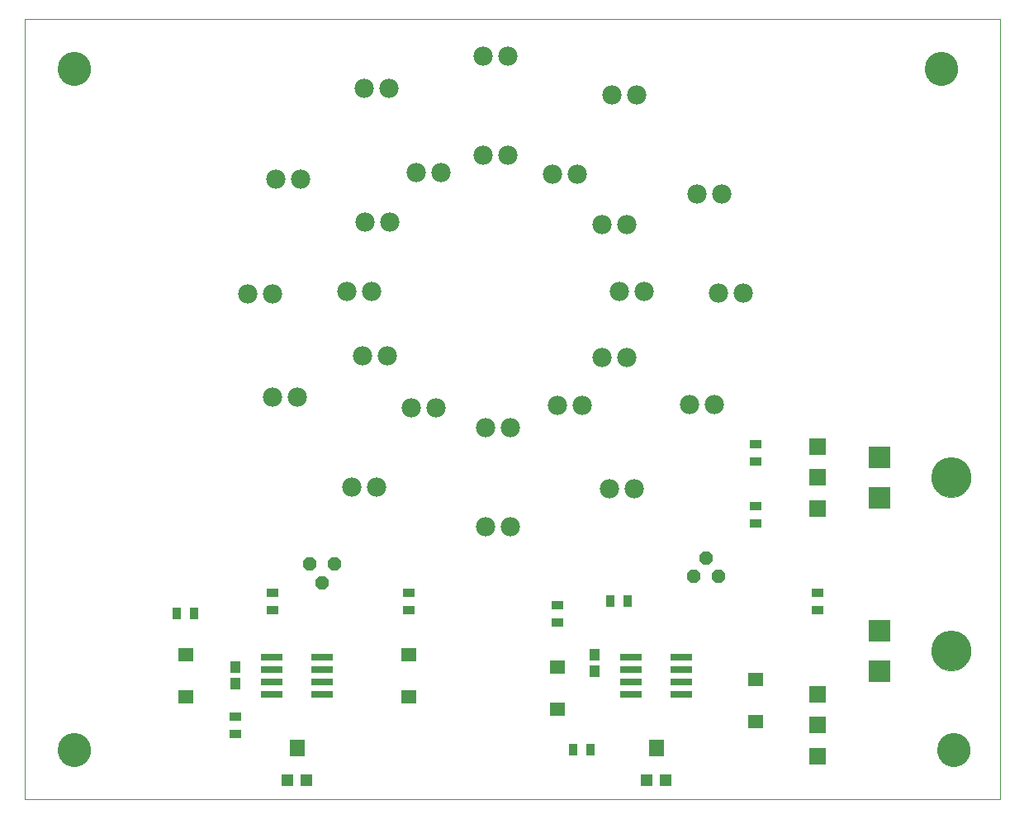
<source format=gbs>
G75*
%MOIN*%
%OFA0B0*%
%FSLAX25Y25*%
%IPPOS*%
%LPD*%
%AMOC8*
5,1,8,0,0,1.08239X$1,22.5*
%
%ADD10C,0.00000*%
%ADD11R,0.05124X0.03550*%
%ADD12R,0.04337X0.04731*%
%ADD13R,0.03550X0.05124*%
%ADD14C,0.07800*%
%ADD15R,0.06187X0.05400*%
%ADD16R,0.09061X0.02762*%
%ADD17R,0.06700X0.06700*%
%ADD18R,0.05124X0.05124*%
%ADD19R,0.06306X0.06699*%
%ADD20C,0.13400*%
%ADD21C,0.16148*%
%ADD22R,0.08668X0.08668*%
%ADD23OC8,0.05600*%
D10*
X0001800Y0001800D02*
X0001800Y0316761D01*
X0395501Y0316761D01*
X0395501Y0001800D01*
X0001800Y0001800D01*
X0015300Y0021800D02*
X0015302Y0021961D01*
X0015308Y0022121D01*
X0015318Y0022282D01*
X0015332Y0022442D01*
X0015350Y0022602D01*
X0015371Y0022761D01*
X0015397Y0022920D01*
X0015427Y0023078D01*
X0015460Y0023235D01*
X0015498Y0023392D01*
X0015539Y0023547D01*
X0015584Y0023701D01*
X0015633Y0023854D01*
X0015686Y0024006D01*
X0015742Y0024157D01*
X0015803Y0024306D01*
X0015866Y0024454D01*
X0015934Y0024600D01*
X0016005Y0024744D01*
X0016079Y0024886D01*
X0016157Y0025027D01*
X0016239Y0025165D01*
X0016324Y0025302D01*
X0016412Y0025436D01*
X0016504Y0025568D01*
X0016599Y0025698D01*
X0016697Y0025826D01*
X0016798Y0025951D01*
X0016902Y0026073D01*
X0017009Y0026193D01*
X0017119Y0026310D01*
X0017232Y0026425D01*
X0017348Y0026536D01*
X0017467Y0026645D01*
X0017588Y0026750D01*
X0017712Y0026853D01*
X0017838Y0026953D01*
X0017966Y0027049D01*
X0018097Y0027142D01*
X0018231Y0027232D01*
X0018366Y0027319D01*
X0018504Y0027402D01*
X0018643Y0027482D01*
X0018785Y0027558D01*
X0018928Y0027631D01*
X0019073Y0027700D01*
X0019220Y0027766D01*
X0019368Y0027828D01*
X0019518Y0027886D01*
X0019669Y0027941D01*
X0019822Y0027992D01*
X0019976Y0028039D01*
X0020131Y0028082D01*
X0020287Y0028121D01*
X0020443Y0028157D01*
X0020601Y0028188D01*
X0020759Y0028216D01*
X0020918Y0028240D01*
X0021078Y0028260D01*
X0021238Y0028276D01*
X0021398Y0028288D01*
X0021559Y0028296D01*
X0021720Y0028300D01*
X0021880Y0028300D01*
X0022041Y0028296D01*
X0022202Y0028288D01*
X0022362Y0028276D01*
X0022522Y0028260D01*
X0022682Y0028240D01*
X0022841Y0028216D01*
X0022999Y0028188D01*
X0023157Y0028157D01*
X0023313Y0028121D01*
X0023469Y0028082D01*
X0023624Y0028039D01*
X0023778Y0027992D01*
X0023931Y0027941D01*
X0024082Y0027886D01*
X0024232Y0027828D01*
X0024380Y0027766D01*
X0024527Y0027700D01*
X0024672Y0027631D01*
X0024815Y0027558D01*
X0024957Y0027482D01*
X0025096Y0027402D01*
X0025234Y0027319D01*
X0025369Y0027232D01*
X0025503Y0027142D01*
X0025634Y0027049D01*
X0025762Y0026953D01*
X0025888Y0026853D01*
X0026012Y0026750D01*
X0026133Y0026645D01*
X0026252Y0026536D01*
X0026368Y0026425D01*
X0026481Y0026310D01*
X0026591Y0026193D01*
X0026698Y0026073D01*
X0026802Y0025951D01*
X0026903Y0025826D01*
X0027001Y0025698D01*
X0027096Y0025568D01*
X0027188Y0025436D01*
X0027276Y0025302D01*
X0027361Y0025165D01*
X0027443Y0025027D01*
X0027521Y0024886D01*
X0027595Y0024744D01*
X0027666Y0024600D01*
X0027734Y0024454D01*
X0027797Y0024306D01*
X0027858Y0024157D01*
X0027914Y0024006D01*
X0027967Y0023854D01*
X0028016Y0023701D01*
X0028061Y0023547D01*
X0028102Y0023392D01*
X0028140Y0023235D01*
X0028173Y0023078D01*
X0028203Y0022920D01*
X0028229Y0022761D01*
X0028250Y0022602D01*
X0028268Y0022442D01*
X0028282Y0022282D01*
X0028292Y0022121D01*
X0028298Y0021961D01*
X0028300Y0021800D01*
X0028298Y0021639D01*
X0028292Y0021479D01*
X0028282Y0021318D01*
X0028268Y0021158D01*
X0028250Y0020998D01*
X0028229Y0020839D01*
X0028203Y0020680D01*
X0028173Y0020522D01*
X0028140Y0020365D01*
X0028102Y0020208D01*
X0028061Y0020053D01*
X0028016Y0019899D01*
X0027967Y0019746D01*
X0027914Y0019594D01*
X0027858Y0019443D01*
X0027797Y0019294D01*
X0027734Y0019146D01*
X0027666Y0019000D01*
X0027595Y0018856D01*
X0027521Y0018714D01*
X0027443Y0018573D01*
X0027361Y0018435D01*
X0027276Y0018298D01*
X0027188Y0018164D01*
X0027096Y0018032D01*
X0027001Y0017902D01*
X0026903Y0017774D01*
X0026802Y0017649D01*
X0026698Y0017527D01*
X0026591Y0017407D01*
X0026481Y0017290D01*
X0026368Y0017175D01*
X0026252Y0017064D01*
X0026133Y0016955D01*
X0026012Y0016850D01*
X0025888Y0016747D01*
X0025762Y0016647D01*
X0025634Y0016551D01*
X0025503Y0016458D01*
X0025369Y0016368D01*
X0025234Y0016281D01*
X0025096Y0016198D01*
X0024957Y0016118D01*
X0024815Y0016042D01*
X0024672Y0015969D01*
X0024527Y0015900D01*
X0024380Y0015834D01*
X0024232Y0015772D01*
X0024082Y0015714D01*
X0023931Y0015659D01*
X0023778Y0015608D01*
X0023624Y0015561D01*
X0023469Y0015518D01*
X0023313Y0015479D01*
X0023157Y0015443D01*
X0022999Y0015412D01*
X0022841Y0015384D01*
X0022682Y0015360D01*
X0022522Y0015340D01*
X0022362Y0015324D01*
X0022202Y0015312D01*
X0022041Y0015304D01*
X0021880Y0015300D01*
X0021720Y0015300D01*
X0021559Y0015304D01*
X0021398Y0015312D01*
X0021238Y0015324D01*
X0021078Y0015340D01*
X0020918Y0015360D01*
X0020759Y0015384D01*
X0020601Y0015412D01*
X0020443Y0015443D01*
X0020287Y0015479D01*
X0020131Y0015518D01*
X0019976Y0015561D01*
X0019822Y0015608D01*
X0019669Y0015659D01*
X0019518Y0015714D01*
X0019368Y0015772D01*
X0019220Y0015834D01*
X0019073Y0015900D01*
X0018928Y0015969D01*
X0018785Y0016042D01*
X0018643Y0016118D01*
X0018504Y0016198D01*
X0018366Y0016281D01*
X0018231Y0016368D01*
X0018097Y0016458D01*
X0017966Y0016551D01*
X0017838Y0016647D01*
X0017712Y0016747D01*
X0017588Y0016850D01*
X0017467Y0016955D01*
X0017348Y0017064D01*
X0017232Y0017175D01*
X0017119Y0017290D01*
X0017009Y0017407D01*
X0016902Y0017527D01*
X0016798Y0017649D01*
X0016697Y0017774D01*
X0016599Y0017902D01*
X0016504Y0018032D01*
X0016412Y0018164D01*
X0016324Y0018298D01*
X0016239Y0018435D01*
X0016157Y0018573D01*
X0016079Y0018714D01*
X0016005Y0018856D01*
X0015934Y0019000D01*
X0015866Y0019146D01*
X0015803Y0019294D01*
X0015742Y0019443D01*
X0015686Y0019594D01*
X0015633Y0019746D01*
X0015584Y0019899D01*
X0015539Y0020053D01*
X0015498Y0020208D01*
X0015460Y0020365D01*
X0015427Y0020522D01*
X0015397Y0020680D01*
X0015371Y0020839D01*
X0015350Y0020998D01*
X0015332Y0021158D01*
X0015318Y0021318D01*
X0015308Y0021479D01*
X0015302Y0021639D01*
X0015300Y0021800D01*
X0015300Y0296800D02*
X0015302Y0296961D01*
X0015308Y0297121D01*
X0015318Y0297282D01*
X0015332Y0297442D01*
X0015350Y0297602D01*
X0015371Y0297761D01*
X0015397Y0297920D01*
X0015427Y0298078D01*
X0015460Y0298235D01*
X0015498Y0298392D01*
X0015539Y0298547D01*
X0015584Y0298701D01*
X0015633Y0298854D01*
X0015686Y0299006D01*
X0015742Y0299157D01*
X0015803Y0299306D01*
X0015866Y0299454D01*
X0015934Y0299600D01*
X0016005Y0299744D01*
X0016079Y0299886D01*
X0016157Y0300027D01*
X0016239Y0300165D01*
X0016324Y0300302D01*
X0016412Y0300436D01*
X0016504Y0300568D01*
X0016599Y0300698D01*
X0016697Y0300826D01*
X0016798Y0300951D01*
X0016902Y0301073D01*
X0017009Y0301193D01*
X0017119Y0301310D01*
X0017232Y0301425D01*
X0017348Y0301536D01*
X0017467Y0301645D01*
X0017588Y0301750D01*
X0017712Y0301853D01*
X0017838Y0301953D01*
X0017966Y0302049D01*
X0018097Y0302142D01*
X0018231Y0302232D01*
X0018366Y0302319D01*
X0018504Y0302402D01*
X0018643Y0302482D01*
X0018785Y0302558D01*
X0018928Y0302631D01*
X0019073Y0302700D01*
X0019220Y0302766D01*
X0019368Y0302828D01*
X0019518Y0302886D01*
X0019669Y0302941D01*
X0019822Y0302992D01*
X0019976Y0303039D01*
X0020131Y0303082D01*
X0020287Y0303121D01*
X0020443Y0303157D01*
X0020601Y0303188D01*
X0020759Y0303216D01*
X0020918Y0303240D01*
X0021078Y0303260D01*
X0021238Y0303276D01*
X0021398Y0303288D01*
X0021559Y0303296D01*
X0021720Y0303300D01*
X0021880Y0303300D01*
X0022041Y0303296D01*
X0022202Y0303288D01*
X0022362Y0303276D01*
X0022522Y0303260D01*
X0022682Y0303240D01*
X0022841Y0303216D01*
X0022999Y0303188D01*
X0023157Y0303157D01*
X0023313Y0303121D01*
X0023469Y0303082D01*
X0023624Y0303039D01*
X0023778Y0302992D01*
X0023931Y0302941D01*
X0024082Y0302886D01*
X0024232Y0302828D01*
X0024380Y0302766D01*
X0024527Y0302700D01*
X0024672Y0302631D01*
X0024815Y0302558D01*
X0024957Y0302482D01*
X0025096Y0302402D01*
X0025234Y0302319D01*
X0025369Y0302232D01*
X0025503Y0302142D01*
X0025634Y0302049D01*
X0025762Y0301953D01*
X0025888Y0301853D01*
X0026012Y0301750D01*
X0026133Y0301645D01*
X0026252Y0301536D01*
X0026368Y0301425D01*
X0026481Y0301310D01*
X0026591Y0301193D01*
X0026698Y0301073D01*
X0026802Y0300951D01*
X0026903Y0300826D01*
X0027001Y0300698D01*
X0027096Y0300568D01*
X0027188Y0300436D01*
X0027276Y0300302D01*
X0027361Y0300165D01*
X0027443Y0300027D01*
X0027521Y0299886D01*
X0027595Y0299744D01*
X0027666Y0299600D01*
X0027734Y0299454D01*
X0027797Y0299306D01*
X0027858Y0299157D01*
X0027914Y0299006D01*
X0027967Y0298854D01*
X0028016Y0298701D01*
X0028061Y0298547D01*
X0028102Y0298392D01*
X0028140Y0298235D01*
X0028173Y0298078D01*
X0028203Y0297920D01*
X0028229Y0297761D01*
X0028250Y0297602D01*
X0028268Y0297442D01*
X0028282Y0297282D01*
X0028292Y0297121D01*
X0028298Y0296961D01*
X0028300Y0296800D01*
X0028298Y0296639D01*
X0028292Y0296479D01*
X0028282Y0296318D01*
X0028268Y0296158D01*
X0028250Y0295998D01*
X0028229Y0295839D01*
X0028203Y0295680D01*
X0028173Y0295522D01*
X0028140Y0295365D01*
X0028102Y0295208D01*
X0028061Y0295053D01*
X0028016Y0294899D01*
X0027967Y0294746D01*
X0027914Y0294594D01*
X0027858Y0294443D01*
X0027797Y0294294D01*
X0027734Y0294146D01*
X0027666Y0294000D01*
X0027595Y0293856D01*
X0027521Y0293714D01*
X0027443Y0293573D01*
X0027361Y0293435D01*
X0027276Y0293298D01*
X0027188Y0293164D01*
X0027096Y0293032D01*
X0027001Y0292902D01*
X0026903Y0292774D01*
X0026802Y0292649D01*
X0026698Y0292527D01*
X0026591Y0292407D01*
X0026481Y0292290D01*
X0026368Y0292175D01*
X0026252Y0292064D01*
X0026133Y0291955D01*
X0026012Y0291850D01*
X0025888Y0291747D01*
X0025762Y0291647D01*
X0025634Y0291551D01*
X0025503Y0291458D01*
X0025369Y0291368D01*
X0025234Y0291281D01*
X0025096Y0291198D01*
X0024957Y0291118D01*
X0024815Y0291042D01*
X0024672Y0290969D01*
X0024527Y0290900D01*
X0024380Y0290834D01*
X0024232Y0290772D01*
X0024082Y0290714D01*
X0023931Y0290659D01*
X0023778Y0290608D01*
X0023624Y0290561D01*
X0023469Y0290518D01*
X0023313Y0290479D01*
X0023157Y0290443D01*
X0022999Y0290412D01*
X0022841Y0290384D01*
X0022682Y0290360D01*
X0022522Y0290340D01*
X0022362Y0290324D01*
X0022202Y0290312D01*
X0022041Y0290304D01*
X0021880Y0290300D01*
X0021720Y0290300D01*
X0021559Y0290304D01*
X0021398Y0290312D01*
X0021238Y0290324D01*
X0021078Y0290340D01*
X0020918Y0290360D01*
X0020759Y0290384D01*
X0020601Y0290412D01*
X0020443Y0290443D01*
X0020287Y0290479D01*
X0020131Y0290518D01*
X0019976Y0290561D01*
X0019822Y0290608D01*
X0019669Y0290659D01*
X0019518Y0290714D01*
X0019368Y0290772D01*
X0019220Y0290834D01*
X0019073Y0290900D01*
X0018928Y0290969D01*
X0018785Y0291042D01*
X0018643Y0291118D01*
X0018504Y0291198D01*
X0018366Y0291281D01*
X0018231Y0291368D01*
X0018097Y0291458D01*
X0017966Y0291551D01*
X0017838Y0291647D01*
X0017712Y0291747D01*
X0017588Y0291850D01*
X0017467Y0291955D01*
X0017348Y0292064D01*
X0017232Y0292175D01*
X0017119Y0292290D01*
X0017009Y0292407D01*
X0016902Y0292527D01*
X0016798Y0292649D01*
X0016697Y0292774D01*
X0016599Y0292902D01*
X0016504Y0293032D01*
X0016412Y0293164D01*
X0016324Y0293298D01*
X0016239Y0293435D01*
X0016157Y0293573D01*
X0016079Y0293714D01*
X0016005Y0293856D01*
X0015934Y0294000D01*
X0015866Y0294146D01*
X0015803Y0294294D01*
X0015742Y0294443D01*
X0015686Y0294594D01*
X0015633Y0294746D01*
X0015584Y0294899D01*
X0015539Y0295053D01*
X0015498Y0295208D01*
X0015460Y0295365D01*
X0015427Y0295522D01*
X0015397Y0295680D01*
X0015371Y0295839D01*
X0015350Y0295998D01*
X0015332Y0296158D01*
X0015318Y0296318D01*
X0015308Y0296479D01*
X0015302Y0296639D01*
X0015300Y0296800D01*
X0365300Y0296800D02*
X0365302Y0296961D01*
X0365308Y0297121D01*
X0365318Y0297282D01*
X0365332Y0297442D01*
X0365350Y0297602D01*
X0365371Y0297761D01*
X0365397Y0297920D01*
X0365427Y0298078D01*
X0365460Y0298235D01*
X0365498Y0298392D01*
X0365539Y0298547D01*
X0365584Y0298701D01*
X0365633Y0298854D01*
X0365686Y0299006D01*
X0365742Y0299157D01*
X0365803Y0299306D01*
X0365866Y0299454D01*
X0365934Y0299600D01*
X0366005Y0299744D01*
X0366079Y0299886D01*
X0366157Y0300027D01*
X0366239Y0300165D01*
X0366324Y0300302D01*
X0366412Y0300436D01*
X0366504Y0300568D01*
X0366599Y0300698D01*
X0366697Y0300826D01*
X0366798Y0300951D01*
X0366902Y0301073D01*
X0367009Y0301193D01*
X0367119Y0301310D01*
X0367232Y0301425D01*
X0367348Y0301536D01*
X0367467Y0301645D01*
X0367588Y0301750D01*
X0367712Y0301853D01*
X0367838Y0301953D01*
X0367966Y0302049D01*
X0368097Y0302142D01*
X0368231Y0302232D01*
X0368366Y0302319D01*
X0368504Y0302402D01*
X0368643Y0302482D01*
X0368785Y0302558D01*
X0368928Y0302631D01*
X0369073Y0302700D01*
X0369220Y0302766D01*
X0369368Y0302828D01*
X0369518Y0302886D01*
X0369669Y0302941D01*
X0369822Y0302992D01*
X0369976Y0303039D01*
X0370131Y0303082D01*
X0370287Y0303121D01*
X0370443Y0303157D01*
X0370601Y0303188D01*
X0370759Y0303216D01*
X0370918Y0303240D01*
X0371078Y0303260D01*
X0371238Y0303276D01*
X0371398Y0303288D01*
X0371559Y0303296D01*
X0371720Y0303300D01*
X0371880Y0303300D01*
X0372041Y0303296D01*
X0372202Y0303288D01*
X0372362Y0303276D01*
X0372522Y0303260D01*
X0372682Y0303240D01*
X0372841Y0303216D01*
X0372999Y0303188D01*
X0373157Y0303157D01*
X0373313Y0303121D01*
X0373469Y0303082D01*
X0373624Y0303039D01*
X0373778Y0302992D01*
X0373931Y0302941D01*
X0374082Y0302886D01*
X0374232Y0302828D01*
X0374380Y0302766D01*
X0374527Y0302700D01*
X0374672Y0302631D01*
X0374815Y0302558D01*
X0374957Y0302482D01*
X0375096Y0302402D01*
X0375234Y0302319D01*
X0375369Y0302232D01*
X0375503Y0302142D01*
X0375634Y0302049D01*
X0375762Y0301953D01*
X0375888Y0301853D01*
X0376012Y0301750D01*
X0376133Y0301645D01*
X0376252Y0301536D01*
X0376368Y0301425D01*
X0376481Y0301310D01*
X0376591Y0301193D01*
X0376698Y0301073D01*
X0376802Y0300951D01*
X0376903Y0300826D01*
X0377001Y0300698D01*
X0377096Y0300568D01*
X0377188Y0300436D01*
X0377276Y0300302D01*
X0377361Y0300165D01*
X0377443Y0300027D01*
X0377521Y0299886D01*
X0377595Y0299744D01*
X0377666Y0299600D01*
X0377734Y0299454D01*
X0377797Y0299306D01*
X0377858Y0299157D01*
X0377914Y0299006D01*
X0377967Y0298854D01*
X0378016Y0298701D01*
X0378061Y0298547D01*
X0378102Y0298392D01*
X0378140Y0298235D01*
X0378173Y0298078D01*
X0378203Y0297920D01*
X0378229Y0297761D01*
X0378250Y0297602D01*
X0378268Y0297442D01*
X0378282Y0297282D01*
X0378292Y0297121D01*
X0378298Y0296961D01*
X0378300Y0296800D01*
X0378298Y0296639D01*
X0378292Y0296479D01*
X0378282Y0296318D01*
X0378268Y0296158D01*
X0378250Y0295998D01*
X0378229Y0295839D01*
X0378203Y0295680D01*
X0378173Y0295522D01*
X0378140Y0295365D01*
X0378102Y0295208D01*
X0378061Y0295053D01*
X0378016Y0294899D01*
X0377967Y0294746D01*
X0377914Y0294594D01*
X0377858Y0294443D01*
X0377797Y0294294D01*
X0377734Y0294146D01*
X0377666Y0294000D01*
X0377595Y0293856D01*
X0377521Y0293714D01*
X0377443Y0293573D01*
X0377361Y0293435D01*
X0377276Y0293298D01*
X0377188Y0293164D01*
X0377096Y0293032D01*
X0377001Y0292902D01*
X0376903Y0292774D01*
X0376802Y0292649D01*
X0376698Y0292527D01*
X0376591Y0292407D01*
X0376481Y0292290D01*
X0376368Y0292175D01*
X0376252Y0292064D01*
X0376133Y0291955D01*
X0376012Y0291850D01*
X0375888Y0291747D01*
X0375762Y0291647D01*
X0375634Y0291551D01*
X0375503Y0291458D01*
X0375369Y0291368D01*
X0375234Y0291281D01*
X0375096Y0291198D01*
X0374957Y0291118D01*
X0374815Y0291042D01*
X0374672Y0290969D01*
X0374527Y0290900D01*
X0374380Y0290834D01*
X0374232Y0290772D01*
X0374082Y0290714D01*
X0373931Y0290659D01*
X0373778Y0290608D01*
X0373624Y0290561D01*
X0373469Y0290518D01*
X0373313Y0290479D01*
X0373157Y0290443D01*
X0372999Y0290412D01*
X0372841Y0290384D01*
X0372682Y0290360D01*
X0372522Y0290340D01*
X0372362Y0290324D01*
X0372202Y0290312D01*
X0372041Y0290304D01*
X0371880Y0290300D01*
X0371720Y0290300D01*
X0371559Y0290304D01*
X0371398Y0290312D01*
X0371238Y0290324D01*
X0371078Y0290340D01*
X0370918Y0290360D01*
X0370759Y0290384D01*
X0370601Y0290412D01*
X0370443Y0290443D01*
X0370287Y0290479D01*
X0370131Y0290518D01*
X0369976Y0290561D01*
X0369822Y0290608D01*
X0369669Y0290659D01*
X0369518Y0290714D01*
X0369368Y0290772D01*
X0369220Y0290834D01*
X0369073Y0290900D01*
X0368928Y0290969D01*
X0368785Y0291042D01*
X0368643Y0291118D01*
X0368504Y0291198D01*
X0368366Y0291281D01*
X0368231Y0291368D01*
X0368097Y0291458D01*
X0367966Y0291551D01*
X0367838Y0291647D01*
X0367712Y0291747D01*
X0367588Y0291850D01*
X0367467Y0291955D01*
X0367348Y0292064D01*
X0367232Y0292175D01*
X0367119Y0292290D01*
X0367009Y0292407D01*
X0366902Y0292527D01*
X0366798Y0292649D01*
X0366697Y0292774D01*
X0366599Y0292902D01*
X0366504Y0293032D01*
X0366412Y0293164D01*
X0366324Y0293298D01*
X0366239Y0293435D01*
X0366157Y0293573D01*
X0366079Y0293714D01*
X0366005Y0293856D01*
X0365934Y0294000D01*
X0365866Y0294146D01*
X0365803Y0294294D01*
X0365742Y0294443D01*
X0365686Y0294594D01*
X0365633Y0294746D01*
X0365584Y0294899D01*
X0365539Y0295053D01*
X0365498Y0295208D01*
X0365460Y0295365D01*
X0365427Y0295522D01*
X0365397Y0295680D01*
X0365371Y0295839D01*
X0365350Y0295998D01*
X0365332Y0296158D01*
X0365318Y0296318D01*
X0365308Y0296479D01*
X0365302Y0296639D01*
X0365300Y0296800D01*
X0367942Y0131800D02*
X0367944Y0131993D01*
X0367951Y0132186D01*
X0367963Y0132379D01*
X0367980Y0132572D01*
X0368001Y0132764D01*
X0368027Y0132955D01*
X0368058Y0133146D01*
X0368093Y0133336D01*
X0368133Y0133525D01*
X0368178Y0133713D01*
X0368227Y0133900D01*
X0368281Y0134086D01*
X0368339Y0134270D01*
X0368402Y0134453D01*
X0368470Y0134634D01*
X0368541Y0134813D01*
X0368618Y0134991D01*
X0368698Y0135167D01*
X0368783Y0135340D01*
X0368872Y0135512D01*
X0368965Y0135681D01*
X0369062Y0135848D01*
X0369164Y0136013D01*
X0369269Y0136175D01*
X0369378Y0136334D01*
X0369492Y0136491D01*
X0369609Y0136644D01*
X0369729Y0136795D01*
X0369854Y0136943D01*
X0369982Y0137088D01*
X0370113Y0137229D01*
X0370248Y0137368D01*
X0370387Y0137503D01*
X0370528Y0137634D01*
X0370673Y0137762D01*
X0370821Y0137887D01*
X0370972Y0138007D01*
X0371125Y0138124D01*
X0371282Y0138238D01*
X0371441Y0138347D01*
X0371603Y0138452D01*
X0371768Y0138554D01*
X0371935Y0138651D01*
X0372104Y0138744D01*
X0372276Y0138833D01*
X0372449Y0138918D01*
X0372625Y0138998D01*
X0372803Y0139075D01*
X0372982Y0139146D01*
X0373163Y0139214D01*
X0373346Y0139277D01*
X0373530Y0139335D01*
X0373716Y0139389D01*
X0373903Y0139438D01*
X0374091Y0139483D01*
X0374280Y0139523D01*
X0374470Y0139558D01*
X0374661Y0139589D01*
X0374852Y0139615D01*
X0375044Y0139636D01*
X0375237Y0139653D01*
X0375430Y0139665D01*
X0375623Y0139672D01*
X0375816Y0139674D01*
X0376009Y0139672D01*
X0376202Y0139665D01*
X0376395Y0139653D01*
X0376588Y0139636D01*
X0376780Y0139615D01*
X0376971Y0139589D01*
X0377162Y0139558D01*
X0377352Y0139523D01*
X0377541Y0139483D01*
X0377729Y0139438D01*
X0377916Y0139389D01*
X0378102Y0139335D01*
X0378286Y0139277D01*
X0378469Y0139214D01*
X0378650Y0139146D01*
X0378829Y0139075D01*
X0379007Y0138998D01*
X0379183Y0138918D01*
X0379356Y0138833D01*
X0379528Y0138744D01*
X0379697Y0138651D01*
X0379864Y0138554D01*
X0380029Y0138452D01*
X0380191Y0138347D01*
X0380350Y0138238D01*
X0380507Y0138124D01*
X0380660Y0138007D01*
X0380811Y0137887D01*
X0380959Y0137762D01*
X0381104Y0137634D01*
X0381245Y0137503D01*
X0381384Y0137368D01*
X0381519Y0137229D01*
X0381650Y0137088D01*
X0381778Y0136943D01*
X0381903Y0136795D01*
X0382023Y0136644D01*
X0382140Y0136491D01*
X0382254Y0136334D01*
X0382363Y0136175D01*
X0382468Y0136013D01*
X0382570Y0135848D01*
X0382667Y0135681D01*
X0382760Y0135512D01*
X0382849Y0135340D01*
X0382934Y0135167D01*
X0383014Y0134991D01*
X0383091Y0134813D01*
X0383162Y0134634D01*
X0383230Y0134453D01*
X0383293Y0134270D01*
X0383351Y0134086D01*
X0383405Y0133900D01*
X0383454Y0133713D01*
X0383499Y0133525D01*
X0383539Y0133336D01*
X0383574Y0133146D01*
X0383605Y0132955D01*
X0383631Y0132764D01*
X0383652Y0132572D01*
X0383669Y0132379D01*
X0383681Y0132186D01*
X0383688Y0131993D01*
X0383690Y0131800D01*
X0383688Y0131607D01*
X0383681Y0131414D01*
X0383669Y0131221D01*
X0383652Y0131028D01*
X0383631Y0130836D01*
X0383605Y0130645D01*
X0383574Y0130454D01*
X0383539Y0130264D01*
X0383499Y0130075D01*
X0383454Y0129887D01*
X0383405Y0129700D01*
X0383351Y0129514D01*
X0383293Y0129330D01*
X0383230Y0129147D01*
X0383162Y0128966D01*
X0383091Y0128787D01*
X0383014Y0128609D01*
X0382934Y0128433D01*
X0382849Y0128260D01*
X0382760Y0128088D01*
X0382667Y0127919D01*
X0382570Y0127752D01*
X0382468Y0127587D01*
X0382363Y0127425D01*
X0382254Y0127266D01*
X0382140Y0127109D01*
X0382023Y0126956D01*
X0381903Y0126805D01*
X0381778Y0126657D01*
X0381650Y0126512D01*
X0381519Y0126371D01*
X0381384Y0126232D01*
X0381245Y0126097D01*
X0381104Y0125966D01*
X0380959Y0125838D01*
X0380811Y0125713D01*
X0380660Y0125593D01*
X0380507Y0125476D01*
X0380350Y0125362D01*
X0380191Y0125253D01*
X0380029Y0125148D01*
X0379864Y0125046D01*
X0379697Y0124949D01*
X0379528Y0124856D01*
X0379356Y0124767D01*
X0379183Y0124682D01*
X0379007Y0124602D01*
X0378829Y0124525D01*
X0378650Y0124454D01*
X0378469Y0124386D01*
X0378286Y0124323D01*
X0378102Y0124265D01*
X0377916Y0124211D01*
X0377729Y0124162D01*
X0377541Y0124117D01*
X0377352Y0124077D01*
X0377162Y0124042D01*
X0376971Y0124011D01*
X0376780Y0123985D01*
X0376588Y0123964D01*
X0376395Y0123947D01*
X0376202Y0123935D01*
X0376009Y0123928D01*
X0375816Y0123926D01*
X0375623Y0123928D01*
X0375430Y0123935D01*
X0375237Y0123947D01*
X0375044Y0123964D01*
X0374852Y0123985D01*
X0374661Y0124011D01*
X0374470Y0124042D01*
X0374280Y0124077D01*
X0374091Y0124117D01*
X0373903Y0124162D01*
X0373716Y0124211D01*
X0373530Y0124265D01*
X0373346Y0124323D01*
X0373163Y0124386D01*
X0372982Y0124454D01*
X0372803Y0124525D01*
X0372625Y0124602D01*
X0372449Y0124682D01*
X0372276Y0124767D01*
X0372104Y0124856D01*
X0371935Y0124949D01*
X0371768Y0125046D01*
X0371603Y0125148D01*
X0371441Y0125253D01*
X0371282Y0125362D01*
X0371125Y0125476D01*
X0370972Y0125593D01*
X0370821Y0125713D01*
X0370673Y0125838D01*
X0370528Y0125966D01*
X0370387Y0126097D01*
X0370248Y0126232D01*
X0370113Y0126371D01*
X0369982Y0126512D01*
X0369854Y0126657D01*
X0369729Y0126805D01*
X0369609Y0126956D01*
X0369492Y0127109D01*
X0369378Y0127266D01*
X0369269Y0127425D01*
X0369164Y0127587D01*
X0369062Y0127752D01*
X0368965Y0127919D01*
X0368872Y0128088D01*
X0368783Y0128260D01*
X0368698Y0128433D01*
X0368618Y0128609D01*
X0368541Y0128787D01*
X0368470Y0128966D01*
X0368402Y0129147D01*
X0368339Y0129330D01*
X0368281Y0129514D01*
X0368227Y0129700D01*
X0368178Y0129887D01*
X0368133Y0130075D01*
X0368093Y0130264D01*
X0368058Y0130454D01*
X0368027Y0130645D01*
X0368001Y0130836D01*
X0367980Y0131028D01*
X0367963Y0131221D01*
X0367951Y0131414D01*
X0367944Y0131607D01*
X0367942Y0131800D01*
X0367942Y0061800D02*
X0367944Y0061993D01*
X0367951Y0062186D01*
X0367963Y0062379D01*
X0367980Y0062572D01*
X0368001Y0062764D01*
X0368027Y0062955D01*
X0368058Y0063146D01*
X0368093Y0063336D01*
X0368133Y0063525D01*
X0368178Y0063713D01*
X0368227Y0063900D01*
X0368281Y0064086D01*
X0368339Y0064270D01*
X0368402Y0064453D01*
X0368470Y0064634D01*
X0368541Y0064813D01*
X0368618Y0064991D01*
X0368698Y0065167D01*
X0368783Y0065340D01*
X0368872Y0065512D01*
X0368965Y0065681D01*
X0369062Y0065848D01*
X0369164Y0066013D01*
X0369269Y0066175D01*
X0369378Y0066334D01*
X0369492Y0066491D01*
X0369609Y0066644D01*
X0369729Y0066795D01*
X0369854Y0066943D01*
X0369982Y0067088D01*
X0370113Y0067229D01*
X0370248Y0067368D01*
X0370387Y0067503D01*
X0370528Y0067634D01*
X0370673Y0067762D01*
X0370821Y0067887D01*
X0370972Y0068007D01*
X0371125Y0068124D01*
X0371282Y0068238D01*
X0371441Y0068347D01*
X0371603Y0068452D01*
X0371768Y0068554D01*
X0371935Y0068651D01*
X0372104Y0068744D01*
X0372276Y0068833D01*
X0372449Y0068918D01*
X0372625Y0068998D01*
X0372803Y0069075D01*
X0372982Y0069146D01*
X0373163Y0069214D01*
X0373346Y0069277D01*
X0373530Y0069335D01*
X0373716Y0069389D01*
X0373903Y0069438D01*
X0374091Y0069483D01*
X0374280Y0069523D01*
X0374470Y0069558D01*
X0374661Y0069589D01*
X0374852Y0069615D01*
X0375044Y0069636D01*
X0375237Y0069653D01*
X0375430Y0069665D01*
X0375623Y0069672D01*
X0375816Y0069674D01*
X0376009Y0069672D01*
X0376202Y0069665D01*
X0376395Y0069653D01*
X0376588Y0069636D01*
X0376780Y0069615D01*
X0376971Y0069589D01*
X0377162Y0069558D01*
X0377352Y0069523D01*
X0377541Y0069483D01*
X0377729Y0069438D01*
X0377916Y0069389D01*
X0378102Y0069335D01*
X0378286Y0069277D01*
X0378469Y0069214D01*
X0378650Y0069146D01*
X0378829Y0069075D01*
X0379007Y0068998D01*
X0379183Y0068918D01*
X0379356Y0068833D01*
X0379528Y0068744D01*
X0379697Y0068651D01*
X0379864Y0068554D01*
X0380029Y0068452D01*
X0380191Y0068347D01*
X0380350Y0068238D01*
X0380507Y0068124D01*
X0380660Y0068007D01*
X0380811Y0067887D01*
X0380959Y0067762D01*
X0381104Y0067634D01*
X0381245Y0067503D01*
X0381384Y0067368D01*
X0381519Y0067229D01*
X0381650Y0067088D01*
X0381778Y0066943D01*
X0381903Y0066795D01*
X0382023Y0066644D01*
X0382140Y0066491D01*
X0382254Y0066334D01*
X0382363Y0066175D01*
X0382468Y0066013D01*
X0382570Y0065848D01*
X0382667Y0065681D01*
X0382760Y0065512D01*
X0382849Y0065340D01*
X0382934Y0065167D01*
X0383014Y0064991D01*
X0383091Y0064813D01*
X0383162Y0064634D01*
X0383230Y0064453D01*
X0383293Y0064270D01*
X0383351Y0064086D01*
X0383405Y0063900D01*
X0383454Y0063713D01*
X0383499Y0063525D01*
X0383539Y0063336D01*
X0383574Y0063146D01*
X0383605Y0062955D01*
X0383631Y0062764D01*
X0383652Y0062572D01*
X0383669Y0062379D01*
X0383681Y0062186D01*
X0383688Y0061993D01*
X0383690Y0061800D01*
X0383688Y0061607D01*
X0383681Y0061414D01*
X0383669Y0061221D01*
X0383652Y0061028D01*
X0383631Y0060836D01*
X0383605Y0060645D01*
X0383574Y0060454D01*
X0383539Y0060264D01*
X0383499Y0060075D01*
X0383454Y0059887D01*
X0383405Y0059700D01*
X0383351Y0059514D01*
X0383293Y0059330D01*
X0383230Y0059147D01*
X0383162Y0058966D01*
X0383091Y0058787D01*
X0383014Y0058609D01*
X0382934Y0058433D01*
X0382849Y0058260D01*
X0382760Y0058088D01*
X0382667Y0057919D01*
X0382570Y0057752D01*
X0382468Y0057587D01*
X0382363Y0057425D01*
X0382254Y0057266D01*
X0382140Y0057109D01*
X0382023Y0056956D01*
X0381903Y0056805D01*
X0381778Y0056657D01*
X0381650Y0056512D01*
X0381519Y0056371D01*
X0381384Y0056232D01*
X0381245Y0056097D01*
X0381104Y0055966D01*
X0380959Y0055838D01*
X0380811Y0055713D01*
X0380660Y0055593D01*
X0380507Y0055476D01*
X0380350Y0055362D01*
X0380191Y0055253D01*
X0380029Y0055148D01*
X0379864Y0055046D01*
X0379697Y0054949D01*
X0379528Y0054856D01*
X0379356Y0054767D01*
X0379183Y0054682D01*
X0379007Y0054602D01*
X0378829Y0054525D01*
X0378650Y0054454D01*
X0378469Y0054386D01*
X0378286Y0054323D01*
X0378102Y0054265D01*
X0377916Y0054211D01*
X0377729Y0054162D01*
X0377541Y0054117D01*
X0377352Y0054077D01*
X0377162Y0054042D01*
X0376971Y0054011D01*
X0376780Y0053985D01*
X0376588Y0053964D01*
X0376395Y0053947D01*
X0376202Y0053935D01*
X0376009Y0053928D01*
X0375816Y0053926D01*
X0375623Y0053928D01*
X0375430Y0053935D01*
X0375237Y0053947D01*
X0375044Y0053964D01*
X0374852Y0053985D01*
X0374661Y0054011D01*
X0374470Y0054042D01*
X0374280Y0054077D01*
X0374091Y0054117D01*
X0373903Y0054162D01*
X0373716Y0054211D01*
X0373530Y0054265D01*
X0373346Y0054323D01*
X0373163Y0054386D01*
X0372982Y0054454D01*
X0372803Y0054525D01*
X0372625Y0054602D01*
X0372449Y0054682D01*
X0372276Y0054767D01*
X0372104Y0054856D01*
X0371935Y0054949D01*
X0371768Y0055046D01*
X0371603Y0055148D01*
X0371441Y0055253D01*
X0371282Y0055362D01*
X0371125Y0055476D01*
X0370972Y0055593D01*
X0370821Y0055713D01*
X0370673Y0055838D01*
X0370528Y0055966D01*
X0370387Y0056097D01*
X0370248Y0056232D01*
X0370113Y0056371D01*
X0369982Y0056512D01*
X0369854Y0056657D01*
X0369729Y0056805D01*
X0369609Y0056956D01*
X0369492Y0057109D01*
X0369378Y0057266D01*
X0369269Y0057425D01*
X0369164Y0057587D01*
X0369062Y0057752D01*
X0368965Y0057919D01*
X0368872Y0058088D01*
X0368783Y0058260D01*
X0368698Y0058433D01*
X0368618Y0058609D01*
X0368541Y0058787D01*
X0368470Y0058966D01*
X0368402Y0059147D01*
X0368339Y0059330D01*
X0368281Y0059514D01*
X0368227Y0059700D01*
X0368178Y0059887D01*
X0368133Y0060075D01*
X0368093Y0060264D01*
X0368058Y0060454D01*
X0368027Y0060645D01*
X0368001Y0060836D01*
X0367980Y0061028D01*
X0367963Y0061221D01*
X0367951Y0061414D01*
X0367944Y0061607D01*
X0367942Y0061800D01*
X0370300Y0021800D02*
X0370302Y0021961D01*
X0370308Y0022121D01*
X0370318Y0022282D01*
X0370332Y0022442D01*
X0370350Y0022602D01*
X0370371Y0022761D01*
X0370397Y0022920D01*
X0370427Y0023078D01*
X0370460Y0023235D01*
X0370498Y0023392D01*
X0370539Y0023547D01*
X0370584Y0023701D01*
X0370633Y0023854D01*
X0370686Y0024006D01*
X0370742Y0024157D01*
X0370803Y0024306D01*
X0370866Y0024454D01*
X0370934Y0024600D01*
X0371005Y0024744D01*
X0371079Y0024886D01*
X0371157Y0025027D01*
X0371239Y0025165D01*
X0371324Y0025302D01*
X0371412Y0025436D01*
X0371504Y0025568D01*
X0371599Y0025698D01*
X0371697Y0025826D01*
X0371798Y0025951D01*
X0371902Y0026073D01*
X0372009Y0026193D01*
X0372119Y0026310D01*
X0372232Y0026425D01*
X0372348Y0026536D01*
X0372467Y0026645D01*
X0372588Y0026750D01*
X0372712Y0026853D01*
X0372838Y0026953D01*
X0372966Y0027049D01*
X0373097Y0027142D01*
X0373231Y0027232D01*
X0373366Y0027319D01*
X0373504Y0027402D01*
X0373643Y0027482D01*
X0373785Y0027558D01*
X0373928Y0027631D01*
X0374073Y0027700D01*
X0374220Y0027766D01*
X0374368Y0027828D01*
X0374518Y0027886D01*
X0374669Y0027941D01*
X0374822Y0027992D01*
X0374976Y0028039D01*
X0375131Y0028082D01*
X0375287Y0028121D01*
X0375443Y0028157D01*
X0375601Y0028188D01*
X0375759Y0028216D01*
X0375918Y0028240D01*
X0376078Y0028260D01*
X0376238Y0028276D01*
X0376398Y0028288D01*
X0376559Y0028296D01*
X0376720Y0028300D01*
X0376880Y0028300D01*
X0377041Y0028296D01*
X0377202Y0028288D01*
X0377362Y0028276D01*
X0377522Y0028260D01*
X0377682Y0028240D01*
X0377841Y0028216D01*
X0377999Y0028188D01*
X0378157Y0028157D01*
X0378313Y0028121D01*
X0378469Y0028082D01*
X0378624Y0028039D01*
X0378778Y0027992D01*
X0378931Y0027941D01*
X0379082Y0027886D01*
X0379232Y0027828D01*
X0379380Y0027766D01*
X0379527Y0027700D01*
X0379672Y0027631D01*
X0379815Y0027558D01*
X0379957Y0027482D01*
X0380096Y0027402D01*
X0380234Y0027319D01*
X0380369Y0027232D01*
X0380503Y0027142D01*
X0380634Y0027049D01*
X0380762Y0026953D01*
X0380888Y0026853D01*
X0381012Y0026750D01*
X0381133Y0026645D01*
X0381252Y0026536D01*
X0381368Y0026425D01*
X0381481Y0026310D01*
X0381591Y0026193D01*
X0381698Y0026073D01*
X0381802Y0025951D01*
X0381903Y0025826D01*
X0382001Y0025698D01*
X0382096Y0025568D01*
X0382188Y0025436D01*
X0382276Y0025302D01*
X0382361Y0025165D01*
X0382443Y0025027D01*
X0382521Y0024886D01*
X0382595Y0024744D01*
X0382666Y0024600D01*
X0382734Y0024454D01*
X0382797Y0024306D01*
X0382858Y0024157D01*
X0382914Y0024006D01*
X0382967Y0023854D01*
X0383016Y0023701D01*
X0383061Y0023547D01*
X0383102Y0023392D01*
X0383140Y0023235D01*
X0383173Y0023078D01*
X0383203Y0022920D01*
X0383229Y0022761D01*
X0383250Y0022602D01*
X0383268Y0022442D01*
X0383282Y0022282D01*
X0383292Y0022121D01*
X0383298Y0021961D01*
X0383300Y0021800D01*
X0383298Y0021639D01*
X0383292Y0021479D01*
X0383282Y0021318D01*
X0383268Y0021158D01*
X0383250Y0020998D01*
X0383229Y0020839D01*
X0383203Y0020680D01*
X0383173Y0020522D01*
X0383140Y0020365D01*
X0383102Y0020208D01*
X0383061Y0020053D01*
X0383016Y0019899D01*
X0382967Y0019746D01*
X0382914Y0019594D01*
X0382858Y0019443D01*
X0382797Y0019294D01*
X0382734Y0019146D01*
X0382666Y0019000D01*
X0382595Y0018856D01*
X0382521Y0018714D01*
X0382443Y0018573D01*
X0382361Y0018435D01*
X0382276Y0018298D01*
X0382188Y0018164D01*
X0382096Y0018032D01*
X0382001Y0017902D01*
X0381903Y0017774D01*
X0381802Y0017649D01*
X0381698Y0017527D01*
X0381591Y0017407D01*
X0381481Y0017290D01*
X0381368Y0017175D01*
X0381252Y0017064D01*
X0381133Y0016955D01*
X0381012Y0016850D01*
X0380888Y0016747D01*
X0380762Y0016647D01*
X0380634Y0016551D01*
X0380503Y0016458D01*
X0380369Y0016368D01*
X0380234Y0016281D01*
X0380096Y0016198D01*
X0379957Y0016118D01*
X0379815Y0016042D01*
X0379672Y0015969D01*
X0379527Y0015900D01*
X0379380Y0015834D01*
X0379232Y0015772D01*
X0379082Y0015714D01*
X0378931Y0015659D01*
X0378778Y0015608D01*
X0378624Y0015561D01*
X0378469Y0015518D01*
X0378313Y0015479D01*
X0378157Y0015443D01*
X0377999Y0015412D01*
X0377841Y0015384D01*
X0377682Y0015360D01*
X0377522Y0015340D01*
X0377362Y0015324D01*
X0377202Y0015312D01*
X0377041Y0015304D01*
X0376880Y0015300D01*
X0376720Y0015300D01*
X0376559Y0015304D01*
X0376398Y0015312D01*
X0376238Y0015324D01*
X0376078Y0015340D01*
X0375918Y0015360D01*
X0375759Y0015384D01*
X0375601Y0015412D01*
X0375443Y0015443D01*
X0375287Y0015479D01*
X0375131Y0015518D01*
X0374976Y0015561D01*
X0374822Y0015608D01*
X0374669Y0015659D01*
X0374518Y0015714D01*
X0374368Y0015772D01*
X0374220Y0015834D01*
X0374073Y0015900D01*
X0373928Y0015969D01*
X0373785Y0016042D01*
X0373643Y0016118D01*
X0373504Y0016198D01*
X0373366Y0016281D01*
X0373231Y0016368D01*
X0373097Y0016458D01*
X0372966Y0016551D01*
X0372838Y0016647D01*
X0372712Y0016747D01*
X0372588Y0016850D01*
X0372467Y0016955D01*
X0372348Y0017064D01*
X0372232Y0017175D01*
X0372119Y0017290D01*
X0372009Y0017407D01*
X0371902Y0017527D01*
X0371798Y0017649D01*
X0371697Y0017774D01*
X0371599Y0017902D01*
X0371504Y0018032D01*
X0371412Y0018164D01*
X0371324Y0018298D01*
X0371239Y0018435D01*
X0371157Y0018573D01*
X0371079Y0018714D01*
X0371005Y0018856D01*
X0370934Y0019000D01*
X0370866Y0019146D01*
X0370803Y0019294D01*
X0370742Y0019443D01*
X0370686Y0019594D01*
X0370633Y0019746D01*
X0370584Y0019899D01*
X0370539Y0020053D01*
X0370498Y0020208D01*
X0370460Y0020365D01*
X0370427Y0020522D01*
X0370397Y0020680D01*
X0370371Y0020839D01*
X0370350Y0020998D01*
X0370332Y0021158D01*
X0370318Y0021318D01*
X0370308Y0021479D01*
X0370302Y0021639D01*
X0370300Y0021800D01*
D11*
X0321800Y0078257D03*
X0321800Y0085343D03*
X0296800Y0113257D03*
X0296800Y0120343D03*
X0296800Y0138257D03*
X0296800Y0145343D03*
X0216800Y0080343D03*
X0216800Y0073257D03*
X0156800Y0078257D03*
X0156800Y0085343D03*
X0101800Y0085343D03*
X0101800Y0078257D03*
X0086800Y0035343D03*
X0086800Y0028257D03*
D12*
X0086800Y0048454D03*
X0086800Y0055146D03*
X0231800Y0053454D03*
X0231800Y0060146D03*
D13*
X0238257Y0081800D03*
X0245343Y0081800D03*
X0230343Y0021800D03*
X0223257Y0021800D03*
X0070343Y0076800D03*
X0063257Y0076800D03*
D14*
X0133800Y0127800D03*
X0143800Y0127800D03*
X0157800Y0159800D03*
X0167800Y0159800D03*
X0187800Y0151800D03*
X0197800Y0151800D03*
X0216800Y0160800D03*
X0226800Y0160800D03*
X0234800Y0180300D03*
X0244800Y0180300D03*
X0270300Y0161300D03*
X0280300Y0161300D03*
X0247800Y0127300D03*
X0237800Y0127300D03*
X0197800Y0111800D03*
X0187800Y0111800D03*
X0111800Y0164300D03*
X0101800Y0164300D03*
X0138300Y0180800D03*
X0148300Y0180800D03*
X0141800Y0206800D03*
X0131800Y0206800D03*
X0101800Y0205800D03*
X0091800Y0205800D03*
X0139300Y0234800D03*
X0149300Y0234800D03*
X0159800Y0254800D03*
X0169800Y0254800D03*
X0186800Y0261800D03*
X0196800Y0261800D03*
X0214800Y0254300D03*
X0224800Y0254300D03*
X0234800Y0233800D03*
X0244800Y0233800D03*
X0273300Y0246300D03*
X0283300Y0246300D03*
X0248800Y0286300D03*
X0238800Y0286300D03*
X0196800Y0301800D03*
X0186800Y0301800D03*
X0148800Y0288800D03*
X0138800Y0288800D03*
X0113300Y0252300D03*
X0103300Y0252300D03*
X0241800Y0206800D03*
X0251800Y0206800D03*
X0281800Y0206300D03*
X0291800Y0206300D03*
D15*
X0156800Y0060265D03*
X0156800Y0043335D03*
X0216800Y0038335D03*
X0216800Y0055265D03*
X0296800Y0050265D03*
X0296800Y0033335D03*
X0066800Y0043335D03*
X0066800Y0060265D03*
D16*
X0101564Y0059300D03*
X0101564Y0054300D03*
X0101564Y0049300D03*
X0101564Y0044300D03*
X0122036Y0044300D03*
X0122036Y0049300D03*
X0122036Y0054300D03*
X0122036Y0059300D03*
X0246564Y0059300D03*
X0246564Y0054300D03*
X0246564Y0049300D03*
X0246564Y0044300D03*
X0267036Y0044300D03*
X0267036Y0049300D03*
X0267036Y0054300D03*
X0267036Y0059300D03*
D17*
X0321800Y0044400D03*
X0321800Y0031800D03*
X0321800Y0019200D03*
X0321800Y0119200D03*
X0321800Y0131800D03*
X0321800Y0144400D03*
D18*
X0260737Y0009615D03*
X0252863Y0009615D03*
X0115737Y0009615D03*
X0107863Y0009615D03*
D19*
X0111800Y0022706D03*
X0256800Y0022706D03*
D20*
X0376800Y0021800D03*
X0371800Y0296800D03*
X0021800Y0296800D03*
X0021800Y0021800D03*
D21*
X0375816Y0061800D03*
X0375816Y0131800D03*
D22*
X0346918Y0123650D03*
X0346918Y0139950D03*
X0346918Y0069950D03*
X0346918Y0053650D03*
D23*
X0281800Y0091800D03*
X0276800Y0099300D03*
X0271800Y0091800D03*
X0126800Y0096800D03*
X0121800Y0089300D03*
X0116800Y0096800D03*
M02*

</source>
